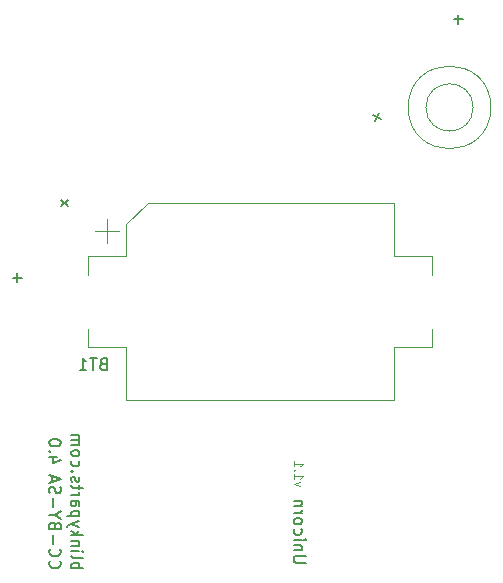
<source format=gbr>
%TF.GenerationSoftware,KiCad,Pcbnew,7.0.1*%
%TF.CreationDate,2023-04-19T19:47:13+02:00*%
%TF.ProjectId,unicorn,756e6963-6f72-46e2-9e6b-696361645f70,rev?*%
%TF.SameCoordinates,Original*%
%TF.FileFunction,Legend,Bot*%
%TF.FilePolarity,Positive*%
%FSLAX46Y46*%
G04 Gerber Fmt 4.6, Leading zero omitted, Abs format (unit mm)*
G04 Created by KiCad (PCBNEW 7.0.1) date 2023-04-19 19:47:13*
%MOMM*%
%LPD*%
G01*
G04 APERTURE LIST*
%ADD10C,0.150000*%
%ADD11C,0.125000*%
%ADD12C,0.120000*%
G04 APERTURE END LIST*
D10*
X177482619Y-114693333D02*
X177435000Y-114740952D01*
X177435000Y-114740952D02*
X177387380Y-114883809D01*
X177387380Y-114883809D02*
X177387380Y-114979047D01*
X177387380Y-114979047D02*
X177435000Y-115121904D01*
X177435000Y-115121904D02*
X177530238Y-115217142D01*
X177530238Y-115217142D02*
X177625476Y-115264761D01*
X177625476Y-115264761D02*
X177815952Y-115312380D01*
X177815952Y-115312380D02*
X177958809Y-115312380D01*
X177958809Y-115312380D02*
X178149285Y-115264761D01*
X178149285Y-115264761D02*
X178244523Y-115217142D01*
X178244523Y-115217142D02*
X178339761Y-115121904D01*
X178339761Y-115121904D02*
X178387380Y-114979047D01*
X178387380Y-114979047D02*
X178387380Y-114883809D01*
X178387380Y-114883809D02*
X178339761Y-114740952D01*
X178339761Y-114740952D02*
X178292142Y-114693333D01*
X177482619Y-113693333D02*
X177435000Y-113740952D01*
X177435000Y-113740952D02*
X177387380Y-113883809D01*
X177387380Y-113883809D02*
X177387380Y-113979047D01*
X177387380Y-113979047D02*
X177435000Y-114121904D01*
X177435000Y-114121904D02*
X177530238Y-114217142D01*
X177530238Y-114217142D02*
X177625476Y-114264761D01*
X177625476Y-114264761D02*
X177815952Y-114312380D01*
X177815952Y-114312380D02*
X177958809Y-114312380D01*
X177958809Y-114312380D02*
X178149285Y-114264761D01*
X178149285Y-114264761D02*
X178244523Y-114217142D01*
X178244523Y-114217142D02*
X178339761Y-114121904D01*
X178339761Y-114121904D02*
X178387380Y-113979047D01*
X178387380Y-113979047D02*
X178387380Y-113883809D01*
X178387380Y-113883809D02*
X178339761Y-113740952D01*
X178339761Y-113740952D02*
X178292142Y-113693333D01*
X177768333Y-113264761D02*
X177768333Y-112502857D01*
X177911190Y-111693333D02*
X177863571Y-111550476D01*
X177863571Y-111550476D02*
X177815952Y-111502857D01*
X177815952Y-111502857D02*
X177720714Y-111455238D01*
X177720714Y-111455238D02*
X177577857Y-111455238D01*
X177577857Y-111455238D02*
X177482619Y-111502857D01*
X177482619Y-111502857D02*
X177435000Y-111550476D01*
X177435000Y-111550476D02*
X177387380Y-111645714D01*
X177387380Y-111645714D02*
X177387380Y-112026666D01*
X177387380Y-112026666D02*
X178387380Y-112026666D01*
X178387380Y-112026666D02*
X178387380Y-111693333D01*
X178387380Y-111693333D02*
X178339761Y-111598095D01*
X178339761Y-111598095D02*
X178292142Y-111550476D01*
X178292142Y-111550476D02*
X178196904Y-111502857D01*
X178196904Y-111502857D02*
X178101666Y-111502857D01*
X178101666Y-111502857D02*
X178006428Y-111550476D01*
X178006428Y-111550476D02*
X177958809Y-111598095D01*
X177958809Y-111598095D02*
X177911190Y-111693333D01*
X177911190Y-111693333D02*
X177911190Y-112026666D01*
X177863571Y-110836190D02*
X177387380Y-110836190D01*
X178387380Y-111169523D02*
X177863571Y-110836190D01*
X177863571Y-110836190D02*
X178387380Y-110502857D01*
X177768333Y-110169523D02*
X177768333Y-109407619D01*
X177435000Y-108979047D02*
X177387380Y-108836190D01*
X177387380Y-108836190D02*
X177387380Y-108598095D01*
X177387380Y-108598095D02*
X177435000Y-108502857D01*
X177435000Y-108502857D02*
X177482619Y-108455238D01*
X177482619Y-108455238D02*
X177577857Y-108407619D01*
X177577857Y-108407619D02*
X177673095Y-108407619D01*
X177673095Y-108407619D02*
X177768333Y-108455238D01*
X177768333Y-108455238D02*
X177815952Y-108502857D01*
X177815952Y-108502857D02*
X177863571Y-108598095D01*
X177863571Y-108598095D02*
X177911190Y-108788571D01*
X177911190Y-108788571D02*
X177958809Y-108883809D01*
X177958809Y-108883809D02*
X178006428Y-108931428D01*
X178006428Y-108931428D02*
X178101666Y-108979047D01*
X178101666Y-108979047D02*
X178196904Y-108979047D01*
X178196904Y-108979047D02*
X178292142Y-108931428D01*
X178292142Y-108931428D02*
X178339761Y-108883809D01*
X178339761Y-108883809D02*
X178387380Y-108788571D01*
X178387380Y-108788571D02*
X178387380Y-108550476D01*
X178387380Y-108550476D02*
X178339761Y-108407619D01*
X177673095Y-108026666D02*
X177673095Y-107550476D01*
X177387380Y-108121904D02*
X178387380Y-107788571D01*
X178387380Y-107788571D02*
X177387380Y-107455238D01*
X178054047Y-105931428D02*
X177387380Y-105931428D01*
X178435000Y-106169523D02*
X177720714Y-106407618D01*
X177720714Y-106407618D02*
X177720714Y-105788571D01*
X177482619Y-105407618D02*
X177435000Y-105359999D01*
X177435000Y-105359999D02*
X177387380Y-105407618D01*
X177387380Y-105407618D02*
X177435000Y-105455237D01*
X177435000Y-105455237D02*
X177482619Y-105407618D01*
X177482619Y-105407618D02*
X177387380Y-105407618D01*
X178387380Y-104740952D02*
X178387380Y-104645714D01*
X178387380Y-104645714D02*
X178339761Y-104550476D01*
X178339761Y-104550476D02*
X178292142Y-104502857D01*
X178292142Y-104502857D02*
X178196904Y-104455238D01*
X178196904Y-104455238D02*
X178006428Y-104407619D01*
X178006428Y-104407619D02*
X177768333Y-104407619D01*
X177768333Y-104407619D02*
X177577857Y-104455238D01*
X177577857Y-104455238D02*
X177482619Y-104502857D01*
X177482619Y-104502857D02*
X177435000Y-104550476D01*
X177435000Y-104550476D02*
X177387380Y-104645714D01*
X177387380Y-104645714D02*
X177387380Y-104740952D01*
X177387380Y-104740952D02*
X177435000Y-104836190D01*
X177435000Y-104836190D02*
X177482619Y-104883809D01*
X177482619Y-104883809D02*
X177577857Y-104931428D01*
X177577857Y-104931428D02*
X177768333Y-104979047D01*
X177768333Y-104979047D02*
X178006428Y-104979047D01*
X178006428Y-104979047D02*
X178196904Y-104931428D01*
X178196904Y-104931428D02*
X178292142Y-104883809D01*
X178292142Y-104883809D02*
X178339761Y-104836190D01*
X178339761Y-104836190D02*
X178387380Y-104740952D01*
X199112380Y-114844047D02*
X198302857Y-114844047D01*
X198302857Y-114844047D02*
X198207619Y-114796428D01*
X198207619Y-114796428D02*
X198160000Y-114748809D01*
X198160000Y-114748809D02*
X198112380Y-114653571D01*
X198112380Y-114653571D02*
X198112380Y-114463095D01*
X198112380Y-114463095D02*
X198160000Y-114367857D01*
X198160000Y-114367857D02*
X198207619Y-114320238D01*
X198207619Y-114320238D02*
X198302857Y-114272619D01*
X198302857Y-114272619D02*
X199112380Y-114272619D01*
X198779047Y-113796428D02*
X198112380Y-113796428D01*
X198683809Y-113796428D02*
X198731428Y-113748809D01*
X198731428Y-113748809D02*
X198779047Y-113653571D01*
X198779047Y-113653571D02*
X198779047Y-113510714D01*
X198779047Y-113510714D02*
X198731428Y-113415476D01*
X198731428Y-113415476D02*
X198636190Y-113367857D01*
X198636190Y-113367857D02*
X198112380Y-113367857D01*
X198112380Y-112891666D02*
X198779047Y-112891666D01*
X199112380Y-112891666D02*
X199064761Y-112939285D01*
X199064761Y-112939285D02*
X199017142Y-112891666D01*
X199017142Y-112891666D02*
X199064761Y-112844047D01*
X199064761Y-112844047D02*
X199112380Y-112891666D01*
X199112380Y-112891666D02*
X199017142Y-112891666D01*
X198160000Y-111986905D02*
X198112380Y-112082143D01*
X198112380Y-112082143D02*
X198112380Y-112272619D01*
X198112380Y-112272619D02*
X198160000Y-112367857D01*
X198160000Y-112367857D02*
X198207619Y-112415476D01*
X198207619Y-112415476D02*
X198302857Y-112463095D01*
X198302857Y-112463095D02*
X198588571Y-112463095D01*
X198588571Y-112463095D02*
X198683809Y-112415476D01*
X198683809Y-112415476D02*
X198731428Y-112367857D01*
X198731428Y-112367857D02*
X198779047Y-112272619D01*
X198779047Y-112272619D02*
X198779047Y-112082143D01*
X198779047Y-112082143D02*
X198731428Y-111986905D01*
X198112380Y-111415476D02*
X198160000Y-111510714D01*
X198160000Y-111510714D02*
X198207619Y-111558333D01*
X198207619Y-111558333D02*
X198302857Y-111605952D01*
X198302857Y-111605952D02*
X198588571Y-111605952D01*
X198588571Y-111605952D02*
X198683809Y-111558333D01*
X198683809Y-111558333D02*
X198731428Y-111510714D01*
X198731428Y-111510714D02*
X198779047Y-111415476D01*
X198779047Y-111415476D02*
X198779047Y-111272619D01*
X198779047Y-111272619D02*
X198731428Y-111177381D01*
X198731428Y-111177381D02*
X198683809Y-111129762D01*
X198683809Y-111129762D02*
X198588571Y-111082143D01*
X198588571Y-111082143D02*
X198302857Y-111082143D01*
X198302857Y-111082143D02*
X198207619Y-111129762D01*
X198207619Y-111129762D02*
X198160000Y-111177381D01*
X198160000Y-111177381D02*
X198112380Y-111272619D01*
X198112380Y-111272619D02*
X198112380Y-111415476D01*
X198112380Y-110653571D02*
X198779047Y-110653571D01*
X198588571Y-110653571D02*
X198683809Y-110605952D01*
X198683809Y-110605952D02*
X198731428Y-110558333D01*
X198731428Y-110558333D02*
X198779047Y-110463095D01*
X198779047Y-110463095D02*
X198779047Y-110367857D01*
X198779047Y-110034523D02*
X198112380Y-110034523D01*
X198683809Y-110034523D02*
X198731428Y-109986904D01*
X198731428Y-109986904D02*
X198779047Y-109891666D01*
X198779047Y-109891666D02*
X198779047Y-109748809D01*
X198779047Y-109748809D02*
X198731428Y-109653571D01*
X198731428Y-109653571D02*
X198636190Y-109605952D01*
X198636190Y-109605952D02*
X198112380Y-109605952D01*
X179287380Y-115317857D02*
X180287380Y-115317857D01*
X179906428Y-115317857D02*
X179954047Y-115222619D01*
X179954047Y-115222619D02*
X179954047Y-115032143D01*
X179954047Y-115032143D02*
X179906428Y-114936905D01*
X179906428Y-114936905D02*
X179858809Y-114889286D01*
X179858809Y-114889286D02*
X179763571Y-114841667D01*
X179763571Y-114841667D02*
X179477857Y-114841667D01*
X179477857Y-114841667D02*
X179382619Y-114889286D01*
X179382619Y-114889286D02*
X179335000Y-114936905D01*
X179335000Y-114936905D02*
X179287380Y-115032143D01*
X179287380Y-115032143D02*
X179287380Y-115222619D01*
X179287380Y-115222619D02*
X179335000Y-115317857D01*
X179287380Y-114270238D02*
X179335000Y-114365476D01*
X179335000Y-114365476D02*
X179430238Y-114413095D01*
X179430238Y-114413095D02*
X180287380Y-114413095D01*
X179287380Y-113889285D02*
X179954047Y-113889285D01*
X180287380Y-113889285D02*
X180239761Y-113936904D01*
X180239761Y-113936904D02*
X180192142Y-113889285D01*
X180192142Y-113889285D02*
X180239761Y-113841666D01*
X180239761Y-113841666D02*
X180287380Y-113889285D01*
X180287380Y-113889285D02*
X180192142Y-113889285D01*
X179954047Y-113413095D02*
X179287380Y-113413095D01*
X179858809Y-113413095D02*
X179906428Y-113365476D01*
X179906428Y-113365476D02*
X179954047Y-113270238D01*
X179954047Y-113270238D02*
X179954047Y-113127381D01*
X179954047Y-113127381D02*
X179906428Y-113032143D01*
X179906428Y-113032143D02*
X179811190Y-112984524D01*
X179811190Y-112984524D02*
X179287380Y-112984524D01*
X179287380Y-112508333D02*
X180287380Y-112508333D01*
X179668333Y-112413095D02*
X179287380Y-112127381D01*
X179954047Y-112127381D02*
X179573095Y-112508333D01*
X179954047Y-111794047D02*
X179287380Y-111555952D01*
X179954047Y-111317857D02*
X179287380Y-111555952D01*
X179287380Y-111555952D02*
X179049285Y-111651190D01*
X179049285Y-111651190D02*
X179001666Y-111698809D01*
X179001666Y-111698809D02*
X178954047Y-111794047D01*
X179954047Y-110936904D02*
X178954047Y-110936904D01*
X179906428Y-110936904D02*
X179954047Y-110841666D01*
X179954047Y-110841666D02*
X179954047Y-110651190D01*
X179954047Y-110651190D02*
X179906428Y-110555952D01*
X179906428Y-110555952D02*
X179858809Y-110508333D01*
X179858809Y-110508333D02*
X179763571Y-110460714D01*
X179763571Y-110460714D02*
X179477857Y-110460714D01*
X179477857Y-110460714D02*
X179382619Y-110508333D01*
X179382619Y-110508333D02*
X179335000Y-110555952D01*
X179335000Y-110555952D02*
X179287380Y-110651190D01*
X179287380Y-110651190D02*
X179287380Y-110841666D01*
X179287380Y-110841666D02*
X179335000Y-110936904D01*
X179287380Y-109603571D02*
X179811190Y-109603571D01*
X179811190Y-109603571D02*
X179906428Y-109651190D01*
X179906428Y-109651190D02*
X179954047Y-109746428D01*
X179954047Y-109746428D02*
X179954047Y-109936904D01*
X179954047Y-109936904D02*
X179906428Y-110032142D01*
X179335000Y-109603571D02*
X179287380Y-109698809D01*
X179287380Y-109698809D02*
X179287380Y-109936904D01*
X179287380Y-109936904D02*
X179335000Y-110032142D01*
X179335000Y-110032142D02*
X179430238Y-110079761D01*
X179430238Y-110079761D02*
X179525476Y-110079761D01*
X179525476Y-110079761D02*
X179620714Y-110032142D01*
X179620714Y-110032142D02*
X179668333Y-109936904D01*
X179668333Y-109936904D02*
X179668333Y-109698809D01*
X179668333Y-109698809D02*
X179715952Y-109603571D01*
X179287380Y-109127380D02*
X179954047Y-109127380D01*
X179763571Y-109127380D02*
X179858809Y-109079761D01*
X179858809Y-109079761D02*
X179906428Y-109032142D01*
X179906428Y-109032142D02*
X179954047Y-108936904D01*
X179954047Y-108936904D02*
X179954047Y-108841666D01*
X179954047Y-108651189D02*
X179954047Y-108270237D01*
X180287380Y-108508332D02*
X179430238Y-108508332D01*
X179430238Y-108508332D02*
X179335000Y-108460713D01*
X179335000Y-108460713D02*
X179287380Y-108365475D01*
X179287380Y-108365475D02*
X179287380Y-108270237D01*
X179335000Y-107984522D02*
X179287380Y-107889284D01*
X179287380Y-107889284D02*
X179287380Y-107698808D01*
X179287380Y-107698808D02*
X179335000Y-107603570D01*
X179335000Y-107603570D02*
X179430238Y-107555951D01*
X179430238Y-107555951D02*
X179477857Y-107555951D01*
X179477857Y-107555951D02*
X179573095Y-107603570D01*
X179573095Y-107603570D02*
X179620714Y-107698808D01*
X179620714Y-107698808D02*
X179620714Y-107841665D01*
X179620714Y-107841665D02*
X179668333Y-107936903D01*
X179668333Y-107936903D02*
X179763571Y-107984522D01*
X179763571Y-107984522D02*
X179811190Y-107984522D01*
X179811190Y-107984522D02*
X179906428Y-107936903D01*
X179906428Y-107936903D02*
X179954047Y-107841665D01*
X179954047Y-107841665D02*
X179954047Y-107698808D01*
X179954047Y-107698808D02*
X179906428Y-107603570D01*
X179382619Y-107127379D02*
X179335000Y-107079760D01*
X179335000Y-107079760D02*
X179287380Y-107127379D01*
X179287380Y-107127379D02*
X179335000Y-107174998D01*
X179335000Y-107174998D02*
X179382619Y-107127379D01*
X179382619Y-107127379D02*
X179287380Y-107127379D01*
X179335000Y-106222618D02*
X179287380Y-106317856D01*
X179287380Y-106317856D02*
X179287380Y-106508332D01*
X179287380Y-106508332D02*
X179335000Y-106603570D01*
X179335000Y-106603570D02*
X179382619Y-106651189D01*
X179382619Y-106651189D02*
X179477857Y-106698808D01*
X179477857Y-106698808D02*
X179763571Y-106698808D01*
X179763571Y-106698808D02*
X179858809Y-106651189D01*
X179858809Y-106651189D02*
X179906428Y-106603570D01*
X179906428Y-106603570D02*
X179954047Y-106508332D01*
X179954047Y-106508332D02*
X179954047Y-106317856D01*
X179954047Y-106317856D02*
X179906428Y-106222618D01*
X179287380Y-105651189D02*
X179335000Y-105746427D01*
X179335000Y-105746427D02*
X179382619Y-105794046D01*
X179382619Y-105794046D02*
X179477857Y-105841665D01*
X179477857Y-105841665D02*
X179763571Y-105841665D01*
X179763571Y-105841665D02*
X179858809Y-105794046D01*
X179858809Y-105794046D02*
X179906428Y-105746427D01*
X179906428Y-105746427D02*
X179954047Y-105651189D01*
X179954047Y-105651189D02*
X179954047Y-105508332D01*
X179954047Y-105508332D02*
X179906428Y-105413094D01*
X179906428Y-105413094D02*
X179858809Y-105365475D01*
X179858809Y-105365475D02*
X179763571Y-105317856D01*
X179763571Y-105317856D02*
X179477857Y-105317856D01*
X179477857Y-105317856D02*
X179382619Y-105365475D01*
X179382619Y-105365475D02*
X179335000Y-105413094D01*
X179335000Y-105413094D02*
X179287380Y-105508332D01*
X179287380Y-105508332D02*
X179287380Y-105651189D01*
X179287380Y-104889284D02*
X179954047Y-104889284D01*
X179858809Y-104889284D02*
X179906428Y-104841665D01*
X179906428Y-104841665D02*
X179954047Y-104746427D01*
X179954047Y-104746427D02*
X179954047Y-104603570D01*
X179954047Y-104603570D02*
X179906428Y-104508332D01*
X179906428Y-104508332D02*
X179811190Y-104460713D01*
X179811190Y-104460713D02*
X179287380Y-104460713D01*
X179811190Y-104460713D02*
X179906428Y-104413094D01*
X179906428Y-104413094D02*
X179954047Y-104317856D01*
X179954047Y-104317856D02*
X179954047Y-104174999D01*
X179954047Y-104174999D02*
X179906428Y-104079760D01*
X179906428Y-104079760D02*
X179811190Y-104032141D01*
X179811190Y-104032141D02*
X179287380Y-104032141D01*
D11*
X198628035Y-108371429D02*
X198128035Y-108192857D01*
X198128035Y-108192857D02*
X198628035Y-108014286D01*
X198128035Y-107335714D02*
X198128035Y-107764285D01*
X198128035Y-107550000D02*
X198878035Y-107550000D01*
X198878035Y-107550000D02*
X198770892Y-107621428D01*
X198770892Y-107621428D02*
X198699464Y-107692857D01*
X198699464Y-107692857D02*
X198663750Y-107764285D01*
X198199464Y-107014285D02*
X198163750Y-106978571D01*
X198163750Y-106978571D02*
X198128035Y-107014285D01*
X198128035Y-107014285D02*
X198163750Y-107049999D01*
X198163750Y-107049999D02*
X198199464Y-107014285D01*
X198199464Y-107014285D02*
X198128035Y-107014285D01*
X198128035Y-106264285D02*
X198128035Y-106692856D01*
X198128035Y-106478571D02*
X198878035Y-106478571D01*
X198878035Y-106478571D02*
X198770892Y-106549999D01*
X198770892Y-106549999D02*
X198699464Y-106621428D01*
X198699464Y-106621428D02*
X198663750Y-106692856D01*
D10*
%TO.C,D1*%
X174711166Y-90345048D02*
X174711166Y-91106953D01*
X175092119Y-90726000D02*
X174330214Y-90726000D01*
%TO.C,D2*%
X212422951Y-68856666D02*
X211661047Y-68856666D01*
X212041999Y-69237619D02*
X212041999Y-68475714D01*
%TO.C,D3*%
X205360207Y-76803522D02*
X204979254Y-77463351D01*
X205499645Y-77323913D02*
X204839816Y-76942960D01*
%TO.C,D4*%
X178955273Y-84149774D02*
X178416525Y-84688522D01*
X178955273Y-84688522D02*
X178416525Y-84149774D01*
%TO.C,BT1*%
X181940714Y-97998809D02*
X181797857Y-98046428D01*
X181797857Y-98046428D02*
X181750238Y-98094047D01*
X181750238Y-98094047D02*
X181702619Y-98189285D01*
X181702619Y-98189285D02*
X181702619Y-98332142D01*
X181702619Y-98332142D02*
X181750238Y-98427380D01*
X181750238Y-98427380D02*
X181797857Y-98475000D01*
X181797857Y-98475000D02*
X181893095Y-98522619D01*
X181893095Y-98522619D02*
X182274047Y-98522619D01*
X182274047Y-98522619D02*
X182274047Y-97522619D01*
X182274047Y-97522619D02*
X181940714Y-97522619D01*
X181940714Y-97522619D02*
X181845476Y-97570238D01*
X181845476Y-97570238D02*
X181797857Y-97617857D01*
X181797857Y-97617857D02*
X181750238Y-97713095D01*
X181750238Y-97713095D02*
X181750238Y-97808333D01*
X181750238Y-97808333D02*
X181797857Y-97903571D01*
X181797857Y-97903571D02*
X181845476Y-97951190D01*
X181845476Y-97951190D02*
X181940714Y-97998809D01*
X181940714Y-97998809D02*
X182274047Y-97998809D01*
X181416904Y-97522619D02*
X180845476Y-97522619D01*
X181131190Y-98522619D02*
X181131190Y-97522619D01*
X179988333Y-98522619D02*
X180559761Y-98522619D01*
X180274047Y-98522619D02*
X180274047Y-97522619D01*
X180274047Y-97522619D02*
X180369285Y-97665476D01*
X180369285Y-97665476D02*
X180464523Y-97760714D01*
X180464523Y-97760714D02*
X180559761Y-97808333D01*
D12*
%TO.C,SW1*%
X214801312Y-76303742D02*
G75*
G03*
X214801312Y-76303742I-3500001J0D01*
G01*
X213301312Y-76303742D02*
G75*
G03*
X213301312Y-76303742I-2000001J0D01*
G01*
%TO.C,BT1*%
X183930000Y-101110000D02*
X206630000Y-101110000D01*
X206630000Y-84410000D02*
X185730000Y-84410000D01*
X183930000Y-96610000D02*
X180730000Y-96610000D01*
X180730000Y-88910000D02*
X180730000Y-90460000D01*
X185730000Y-84410000D02*
X183930000Y-86210000D01*
X206630000Y-84410000D02*
X206630000Y-88910000D01*
X182280000Y-87760000D02*
X182280000Y-85760000D01*
X183930000Y-101110000D02*
X183930000Y-96610000D01*
X206630000Y-96610000D02*
X209830000Y-96610000D01*
X180730000Y-96610000D02*
X180730000Y-95060000D01*
X183930000Y-88910000D02*
X180730000Y-88910000D01*
X209830000Y-96610000D02*
X209830000Y-95060000D01*
X209830000Y-88910000D02*
X209830000Y-90460000D01*
X206630000Y-101110000D02*
X206630000Y-96610000D01*
X183930000Y-86210000D02*
X183930000Y-88910000D01*
X183280000Y-86760000D02*
X181280000Y-86760000D01*
X206630000Y-88910000D02*
X209830000Y-88910000D01*
%TD*%
M02*

</source>
